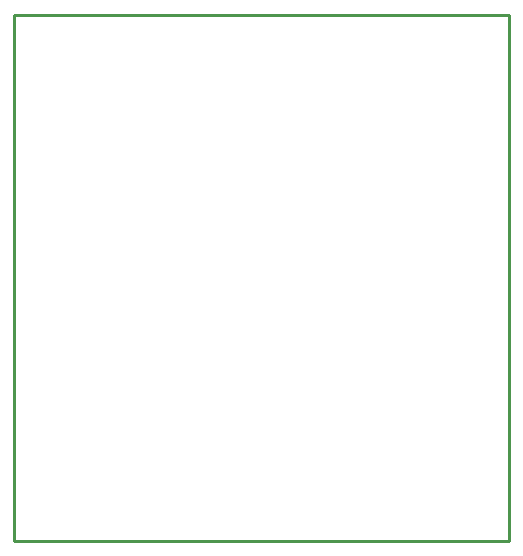
<source format=gm1>
G04*
G04 #@! TF.GenerationSoftware,Altium Limited,Altium Designer,20.0.2 (26)*
G04*
G04 Layer_Color=16711935*
%FSLAX44Y44*%
%MOMM*%
G71*
G01*
G75*
%ADD14C,0.2540*%
D14*
X419100Y829310D02*
Y1275080D01*
X838200D01*
X838200Y829310D01*
X419100D02*
X838200D01*
X419100Y829310D02*
Y1275080D01*
X838200D01*
X838200Y829310D01*
X419100D02*
X838200D01*
M02*

</source>
